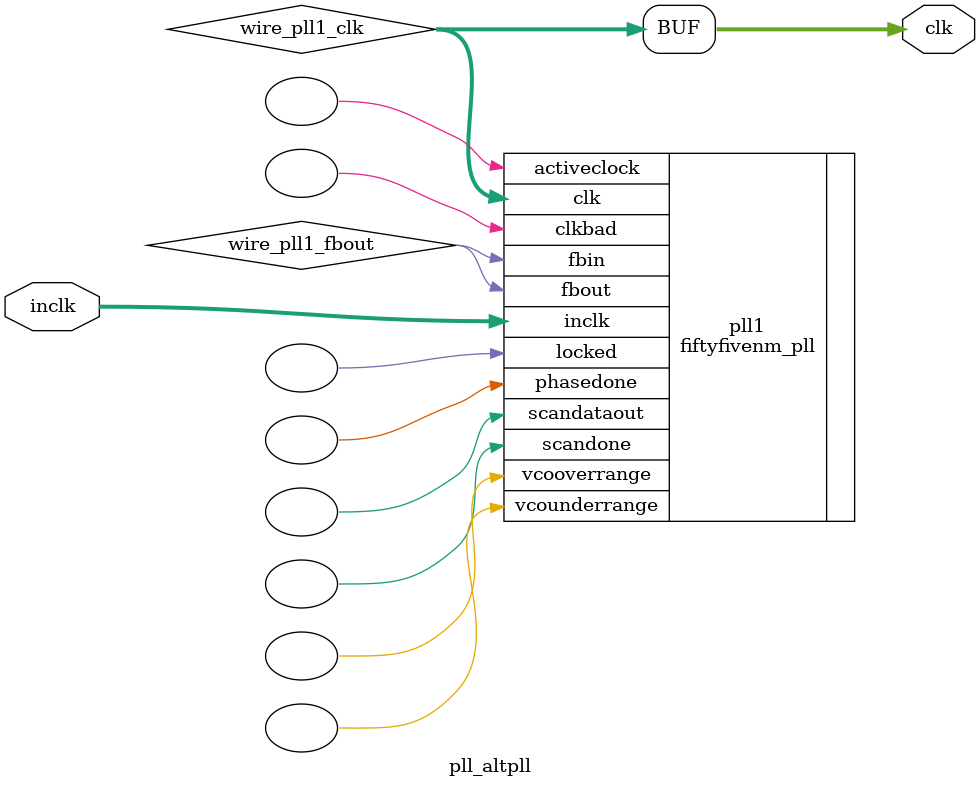
<source format=v>






//synthesis_resources = fiftyfivenm_pll 1 
//synopsys translate_off
`timescale 1 ps / 1 ps
//synopsys translate_on
module  pll_altpll
	( 
	clk,
	inclk) /* synthesis synthesis_clearbox=1 */;
	output   [4:0]  clk;
	input   [1:0]  inclk;
`ifndef ALTERA_RESERVED_QIS
// synopsys translate_off
`endif
	tri0   [1:0]  inclk;
`ifndef ALTERA_RESERVED_QIS
// synopsys translate_on
`endif

	wire  [4:0]   wire_pll1_clk;
	wire  wire_pll1_fbout;

	fiftyfivenm_pll   pll1
	( 
	.activeclock(),
	.clk(wire_pll1_clk),
	.clkbad(),
	.fbin(wire_pll1_fbout),
	.fbout(wire_pll1_fbout),
	.inclk(inclk),
	.locked(),
	.phasedone(),
	.scandataout(),
	.scandone(),
	.vcooverrange(),
	.vcounderrange()
	`ifndef FORMAL_VERIFICATION
	// synopsys translate_off
	`endif
	,
	.areset(1'b0),
	.clkswitch(1'b0),
	.configupdate(1'b0),
	.pfdena(1'b1),
	.phasecounterselect({3{1'b0}}),
	.phasestep(1'b0),
	.phaseupdown(1'b0),
	.scanclk(1'b0),
	.scanclkena(1'b1),
	.scandata(1'b0)
	`ifndef FORMAL_VERIFICATION
	// synopsys translate_on
	`endif
	);
	defparam
		pll1.bandwidth_type = "auto",
		pll1.clk0_divide_by = 125,
		pll1.clk0_duty_cycle = 50,
		pll1.clk0_multiply_by = 192,
		pll1.clk0_phase_shift = "0",
		pll1.compensate_clock = "clk0",
		pll1.inclk0_input_frequency = 20833,
		pll1.operation_mode = "normal",
		pll1.pll_type = "auto",
		pll1.lpm_type = "fiftyfivenm_pll";
	assign
		clk = {wire_pll1_clk[4:0]};
endmodule //pll_altpll
//VALID FILE

</source>
